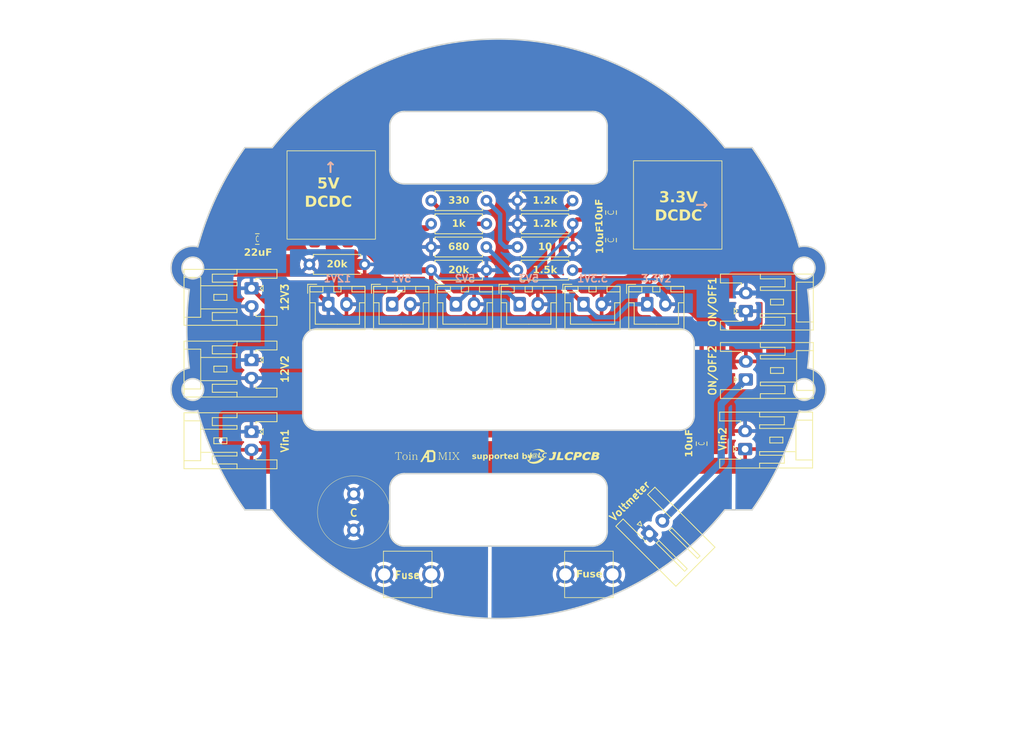
<source format=kicad_pcb>
(kicad_pcb (version 20221018) (generator pcbnew)
  (layers (0 "F.Cu" signal) (31 "B.Cu" signal) (34 "B.Paste" user) (35 "F.Paste" user) (36 "B.SilkS" user "B.Silkscreen") (37 "F.SilkS" user "F.Silkscreen") (38 "B.Mask" user) (39 "F.Mask" user) (44 "Edge.Cuts" user))
  (net 0 "")
  (net 1 "VCC")
  (net 2 "GND")
  (net 3 "+5V")
  (net 4 "Net-(12V1-Pin_1)")
  (net 5 "+3.3V")
  (net 6 "Net-(Vin1-Pin_1)")
  (net 7 "Net-(J1-Pin_1)")
  (net 8 "Net-(Vin1-Pin_2)")
  (net 9 "Net-(R2-Pad2)")
  (net 10 "Net-(R3-Pad2)")
  (net 11 "Net-(U1-Trim)")
  (net 12 "Net-(R10-Pad1)")
  (net 13 "Net-(J1-Pin_2)")
  (net 14 "Net-(U2-Trim)")
  (footprint "Resistor_THT:R_Axial_DIN0207_L6.3mm_D2.5mm_P7.62mm_Horizontal" (layer "F.Cu") (at 160.7 90.5 180)
    (fp_text reference "R9" hide)
    (fp_text value "1.5k" hide)
    (fp_text user "1.5k" (at 3.81 0) (layer "F.SilkS") (effects (font (thickness 0.2) bold)))
    (pad "1" thru_hole circle (at 0 0 180) (size 1.6 1.6) (drill 0.8) (layers "*.Cu" "*.Mask") (net 14 "Net-(U2-Trim)"))
    (pad "2" thru_hole oval (at 7.62 0 180) (size 1.6 1.6) (drill 0.8) (layers "*.Cu" "*.Mask") (net 12 "Net-(R10-Pad1)"))
  )
  (footprint "@admixFootPrints:fuseclip_Akema" (layer "F.Cu") (at 134.6 135.7)
    (fp_text reference "Fuse" (at 3.3 -3.1 unlocked) (layer "F.SilkS") (effects (font (thickness 0.2) bold)))
    (fp_text value "Fuse" hide)
    (pad "1" thru_hole circle (at 0.1 -3.2) (size 2.5 2.5) (drill 1.7) (layers "*.Cu" "*.Mask") (net 6 "Net-(Vin1-Pin_1)"))
    (pad "1" thru_hole circle (at 6.6 -3.2) (size 2.5 2.5) (drill 1.7) (layers "*.Cu" "*.Mask") (net 6 "Net-(Vin1-Pin_1)"))
    (pad "2" thru_hole circle (at 25.1 -3.2) (size 2.5 2.5) (drill 1.7) (layers "*.Cu" "*.Mask") (net 7 "Net-(J1-Pin_1)"))
    (pad "2" thru_hole circle (at 31.6 -3.2) (size 2.5 2.5) (drill 1.7) (layers "*.Cu" "*.Mask") (net 7 "Net-(J1-Pin_1)"))
  )
  (footprint "Capacitor_SMD:C_0805_2012Metric" (layer "F.Cu") (at 166 86.35 -90)
    (fp_text reference "C2" hide)
    (fp_text value "C" hide)
    (fp_text user "C" (at 0 0 90) (layer "F.SilkS") (effects (font (size 0.8 0.8) (thickness 0.08))))
    (pad "1" smd roundrect (at -0.95 0 270) (size 1 1.45) (layers "F.Cu" "F.Paste" "F.Mask") (net 3 "+5V"))
    (pad "2" smd roundrect (at 0.95 0 270) (size 1 1.45) (layers "F.Cu" "F.Paste" "F.Mask") (net 2 "GND"))
  )
  (footprint "Capacitor_SMD:C_0805_2012Metric" (layer "F.Cu") (at 117.2 86.2)
    (fp_text reference "C1" hide)
    (fp_text value "C" hide)
    (fp_text user "C" (at 0 0) (layer "F.SilkS") (effects (font (size 0.8 0.5) (thickness 0.08))))
    (pad "1" smd roundrect (at -0.95 0) (size 1 1.45) (layers "F.Cu" "F.Paste" "F.Mask") (net 1 "VCC"))
    (pad "2" smd roundrect (at 0.95 0) (size 1 1.45) (layers "F.Cu" "F.Paste" "F.Mask") (net 2 "GND"))
  )
  (footprint "Connector_JST:JST_XH_B2B-XH-A_1x02_P2.50mm_Vertical" (layer "F.Cu") (at 171 95.2)
    (fp_text reference "3.3V2" (at 1.25 -3.55) (layer "B.SilkS") (effects (font (thickness 0.2) bold)))
    (fp_text value "Conn_01x02_Pin" hide)
    (pad "1" thru_hole roundrect (at 0 0) (size 1.7 2) (drill 1) (layers "*.Cu" "*.Mask") (roundrect_rratio 0.147059) (net 5 "+3.3V"))
    (pad "2" thru_hole oval (at 2.5 0) (size 1.7 2) (drill 1) (layers "*.Cu" "*.Mask") (net 2 "GND"))
  )
  (footprint "@admixFootPrints:dcdc" (layer "F.Cu") (at 169.1 75.4 -90)
    (fp_text reference "U2" hide)
    (fp_text value "~" hide)
    (pad "1" smd roundrect (at 0 -6.1 90) (size 2.286 1.524) (layers "F.Cu" "F.Paste" "F.Mask") (net 2 "GND"))
    (pad "2" smd roundrect (at 0 -10.68 90) (size 2.286 1.524) (layers "F.Cu" "F.Paste" "F.Mask") (net 3 "+5V"))
    (pad "2" smd roundrect (at 3.81 -12.2) (size 2.286 1.524) (layers "F.Cu" "F.Paste" "F.Mask") (net 3 "+5V"))
    (pad "3" smd roundrect (at 6.1 -12.2) (size 2.286 1.524) (layers "F.Cu" "F.Paste" "F.Mask") (net 2 "GND"))
    (pad "3" smd roundrect (at 8.39 -12.2) (size 2.286 1.524) (layers "F.Cu" "F.Paste" "F.Mask") (net 2 "GND"))
    (pad "4" smd roundrect (at 12.2 -10.68 90) (size 2.286 1.524) (layers "F.Cu" "F.Paste" "F.Mask") (net 5 "+3.3V"))
    (pad "5" smd roundrect (at 12.2 -6.1 90) (size 2.286 1.524) (layers "F.Cu" "F.Paste" "F.Mask") (net 5 "+3.3V"))
    (pad "6" smd roundrect (at 12.2 -1.52 90) (size 2.286 1.524) (layers "F.Cu" "F.Paste" "F.Mask") (net 14 "Net-(U2-Trim)"))
    (pad "7" smd roundrect (at 6.1 0 180) (size 2.286 1.524) (layers "F.Cu" "F.Paste" "F.Mask") (net 2 "GND"))
    (pad "8" smd roundrect (at 3.81 0 180) (size 2.286 1.524) (layers "F.Cu" "F.Paste" "F.Mask"))
    (pad "9" smd roundrect (at 0 -1.52 90) (size 2.286 1.524) (layers "F.Cu" "F.Paste" "F.Mask"))
    (pad "10" smd roundrect (at 0 -3.81 90) (size 2.286 1.524) (layers "F.Cu" "F.Paste" "F.Mask"))
    (pad "11" smd roundrect (at 12.2 -3.81 90) (size 2.286 1.524) (layers "F.Cu" "F.Paste" "F.Mask"))
    (pad "12" smd roundrect (at 8.39 0 180) (size 2.286 1.524) (layers "F.Cu" "F.Paste" "F.Mask"))
  )
  (footprint "Connector_JST:JST_XH_B2B-XH-A_1x02_P2.50mm_Vertical" (layer "F.Cu") (at 144.6 95.2)
    (fp_text reference "5V2" (at 1.25 -3.55) (layer "B.SilkS") (effects (font (thickness 0.2) bold) (justify mirror)))
    (fp_text value "Conn_01x02_Pin" hide)
    (pad "1" thru_hole roundrect (at 0 0) (size 1.7 2) (drill 1) (layers "*.Cu" "*.Mask") (roundrect_rratio 0.147059) (net 3 "+5V"))
    (pad "2" thru_hole oval (at 2.5 0) (size 1.7 2) (drill 1) (layers "*.Cu" "*.Mask") (net 2 "GND"))
  )
  (footprint "Capacitor_SMD:C_0805_2012Metric" (layer "F.Cu") (at 166 82.55 90)
    (fp_text reference "C4" hide)
    (fp_text value "C" hide)
    (fp_text user "C" (at 0 0 90) (layer "F.SilkS") (effects (font (size 0.8 0.8) (thickness 0.08))))
    (pad "1" smd roundrect (at -0.95 0 90) (size 1 1.45) (layers "F.Cu" "F.Paste" "F.Mask") (net 3 "+5V"))
    (pad "2" smd roundrect (at 0.95 0 90) (size 1 1.45) (layers "F.Cu" "F.Paste" "F.Mask") (net 2 "GND"))
  )
  (footprint "Resistor_THT:R_Axial_DIN0207_L6.3mm_D2.5mm_P7.62mm_Horizontal" (layer "F.Cu") (at 141.19 80.9)
    (fp_text reference "R3" hide)
    (fp_text value "330" hide)
    (fp_text user "330" (at 3.81 0) (layer "F.SilkS") (effects (font (thickness 0.2) bold)))
    (pad "1" thru_hole circle (at 0 0) (size 1.6 1.6) (drill 0.8) (layers "*.Cu" "*.Mask") (net 9 "Net-(R2-Pad2)"))
    (pad "2" thru_hole oval (at 7.62 0) (size 1.6 1.6) (drill 0.8) (layers "*.Cu" "*.Mask") (net 10 "Net-(R3-Pad2)"))
  )
  (footprint "Capacitor_SMD:C_0805_2012Metric" (layer "F.Cu") (at 178.5 114.45 -90)
    (fp_text reference "C5" hide)
    (fp_text value "C" hide)
    (fp_text user "C" (at 0 0 90) (layer "F.SilkS") (effects (font (size 0.8 0.5) (thickness 0.08))))
    (pad "1" smd roundrect (at -0.95 0 270) (size 1 1.45) (layers "F.Cu" "F.Paste" "F.Mask") (net 5 "+3.3V"))
    (pad "2" smd roundrect (at 0.95 0 270) (size 1 1.45) (layers "F.Cu" "F.Paste" "F.Mask") (net 2 "GND"))
  )
  (footprint "Connector_JST:JST_XA_S02B-XASK-1N-BN_1x02_P2.50mm_Horizontal" (layer "F.Cu") (at 116.4 93 -90)
    (fp_text reference "12V3" (at 1.25 -4.6 -90) (layer "F.SilkS") (effects (font (thickness 0.2) bold)))
    (fp_text value "Conn_01x02_Pin" hide)
    (pad "1" thru_hole roundrect (at 0 0 270) (size 1.7 1.95) (drill 0.95) (layers "*.Cu" "*.Mask") (roundrect_rratio 0.147059) (net 4 "Net-(12V1-Pin_1)"))
    (pad "2" thru_hole oval (at 2.5 0 270) (size 1.7 1.95) (drill 0.95) (layers "*.Cu" "*.Mask") (net 2 "GND"))
  )
  (footprint "Connector_JST:JST_XA_S02B-XASK-1N-BN_1x02_P2.50mm_Horizontal" (layer "F.Cu") (at 184.5 115.2 90)
    (fp_text reference "Vin2" (at 1.4 -3.1 90) (layer "F.SilkS") (effects (font (thickness 0.2) bold)))
    (fp_text value "Conn_01x02_Pin" hide)
    (pad "1" thru_hole roundrect (at 0 0 90) (size 1.7 1.95) (drill 0.95) (layers "*.Cu" "*.Mask") (roundrect_rratio 0.147059) (net 8 "Net-(Vin1-Pin_2)"))
    (pad "2" thru_hole oval (at 2.5 0 90) (size 1.7 1.95) (drill 0.95) (layers "*.Cu" "*.Mask") (net 2 "GND"))
  )
  (footprint "@images:JLCPCB_icon_10mm" (layer "F.Cu") (at 159.4 116.2)
    (fp_text reference "G***" hide)
    (fp_text value "LOGO" hide)
  )
  (footprint "Connector_JST:JST_XA_S02B-XASK-1N-BN_1x02_P2.50mm_Horizontal" (layer "F.Cu") (at 184.6 105.6 90)
    (fp_text reference "ON/OFF2" (at 1.25 -4.6 90) (layer "F.SilkS") (effects (font (thickness 0.2) bold)))
    (fp_text value "Conn_01x02_Pin" hide)
    (pad "1" thru_hole roundrect (at 0 0 90) (size 1.7 1.95) (drill 0.95) (layers "*.Cu" "*.Mask") (roundrect_rratio 0.147059) (net 13 "Net-(J1-Pin_2)"))
    (pad "2" thru_hole oval (at 2.5 0 90) (size 1.7 1.95) (drill 0.95) (layers "*.Cu" "*.Mask") (net 1 "VCC"))
  )
  (footprint "Connector_JST:JST_XH_B2B-XH-A_1x02_P2.50mm_Vertical" (layer "F.Cu") (at 135.8 95.2)
    (fp_text reference "5V1" (at 1.25 -3.55) (layer "B.SilkS") (effects (font (thickness 0.2) bold) (justify mirror)))
    (fp_text value "Conn_01x02_Pin" hide)
    (pad "1" thru_hole roundrect (at 0 0) (size 1.7 2) (drill 1) (layers "*.Cu" "*.Mask") (roundrect_rratio 0.147059) (net 3 "+5V"))
    (pad "2" thru_hole oval (at 2.5 0) (size 1.7 2) (drill 1) (layers "*.Cu" "*.Mask") (net 2 "GND"))
  )
  (footprint "Resistor_THT:R_Axial_DIN0207_L6.3mm_D2.5mm_P7.62mm_Horizontal" (layer "F.Cu") (at 148.8 87.3 180)
    (fp_text reference "R10" hide)
    (fp_text value "680" hide)
    (fp_text user "680" (at 3.81 0) (layer "F.SilkS") (effects (font (thickness 0.2) bold)))
    (pad "1" thru_hole circle (at 0 0 180) (size 1.6 1.6) (drill 0.8) (layers "*.Cu" "*.Mask") (net 12 "Net-(R10-Pad1)"))
    (pad "2" thru_hole oval (at 7.62 0 180) (size 1.6 1.6) (drill 0.8) (layers "*.Cu" "*.Mask") (net 2 "GND"))
  )
  (footprint "Connector_JST:JST_XH_B2B-XH-A_1x02_P2.50mm_Vertical" (layer "F.Cu") (at 153.4 95.2)
    (fp_text reference "5V3" (at 1.25 -3.55) (layer "B.SilkS") (effects (font (thickness 0.2) bold) (justify mirror)))
    (fp_text value "Conn_01x02_Pin" hide)
    (pad "1" thru_hole roundrect (at 0 0) (size 1.7 2) (drill 1) (layers "*.Cu" "*.Mask") (roundrect_rratio 0.147059) (net 3 "+5V"))
    (pad "2" thru_hole oval (at 2.5 0) (size 1.7 2) (drill 1) (layers "*.Cu" "*.Mask") (net 2 "GND"))
  )
  (footprint "Resistor_THT:R_Axial_DIN0207_L6.3mm_D2.5mm_P7.62mm_Horizontal" (layer "F.Cu") (at 153.09 87.3)
    (fp_text reference "R4" hide)
    (fp_text value "10" hide)
    (fp_text user "10" (at 3.81 0) (layer "F.SilkS") (effects (font (thickness 0.2) bold)))
    (pad "1" thru_hole circle (at 0 0) (size 1.6 1.6) (drill 0.8) (layers "*.Cu" "*.Mask") (net 10 "Net-(R3-Pad2)"))
    (pad "2" thru_hole oval (at 7.62 0) (size 1.6 1.6) (drill 0.8) (layers "*.Cu" "*.Mask") (net 2 "GND"))
  )
  (footprint "Resistor_THT:R_Axial_DIN0207_L6.3mm_D2.5mm_P7.62mm_Horizontal" (layer "F.Cu") (at 160.7 80.9 180)
    (fp_text reference "R12" hide)
    (fp_text value "1.2k" hide)
    (fp_text user "1.2k" (at 3.81 0) (layer "F.SilkS") (effects (font (thickness 0.2) bold)))
    (pad "1" thru_hole circle (at 0 0 180) (size 1.6 1.6) (drill 0.8) (layers "*.Cu" "*.Mask") (net 5 "+3.3V"))
    (pad "2" thru_hole oval (at 7.62 0 180) (size 1.6 1.6) (drill 0.8) (layers "*.Cu" "*.Mask") (net 2 "GND"))
  )
  (footprint "@images:2ToinADMIX_LOGO_10mm" (layer "F.Cu") (at 140.7 116.1)
    (fp_text reference "G***" hide)
    (fp_text value "LOGO" hide)
  )
  (footprint "@admixFootPrints:C_Akema" (layer "F.Cu") (at 130.5 123.9)
    (fp_text reference "C3" hide)
    (fp_text value "C" (at 0 0.1 unlocked) (layer "F.SilkS") (effects (font (thickness 0.2) bold)))
    (pad "1" thru_hole circle (at 0 -2.5) (size 1.8 1.8) (drill 1) (layers "*.Cu" "*.Mask") (net 6 "Net-(Vin1-Pin_1)"))
    (pad "2" thru_hole circle (at 0 2.5) (size 1.8 1.8) (drill 1) (layers "*.Cu" "*.Mask") (net 6 "Net-(Vin1-Pin_1)"))
  )
  (footprint "Resistor_THT:R_Axial_DIN0207_L6.3mm_D2.5mm_P7.62mm_Horizontal" (layer "F.Cu") (at 124.39 89.7)
    (fp_text reference "R1" hide)
    (fp_text value "20k" hide)
    (fp_text user "20k" (at 3.81 0) (layer "F.SilkS") (effects (font (thickness 0.2) bold)))
    (pad "1" thru_hole circle (at 0 0) (size 1.6 1.6) (drill 0.8) (layers "*.Cu" "*.Mask") (net 1 "VCC"))
    (pad "2" thru_hole oval (at 7.62 0) (size 1.6 1.6) (drill 0.8) (layers "*.Cu" "*.Mask") (net 2 "GND"))
  )
  (footprint "Resistor_THT:R_Axial_DIN0207_L6.3mm_D2.5mm_P7.62mm_Horizontal" (layer "F.Cu") (at 141.18 84.1)
    (fp_text reference "R2" hide)
    (fp_text value "1k" hide)
    (fp_text user "1k" (at 3.81 0) (layer "F.SilkS") (effects (font (thickness 0.2) bold)))
    (pad "1" thru_hole circle (at 0 0) (size 1.6 1.6) (drill 0.8) (layers "*.Cu" "*.Mask") (net 11 "Net-(U1-Trim)"))
    (pad "2" thru_hole oval (at 7.62 0) (size 1.6 1.6) (drill 0.8) (layers "*.Cu" "*.Mask") (net 9 "Net-(R2-Pad2)"))
  )
  (footprint "Resistor_THT:R_Axial_DIN0207_L6.3mm_D2.5mm_P7.62mm_Horizontal" (layer "F.Cu") (at 141.18 90.5)
    (fp_text reference "R8" hide)
    (fp_text value "20k" hide)
    (fp_text user "20k" (at 3.81 0) (layer "F.SilkS") (effects (font (thickness 0.2) bold)))
    (pad "1" thru_hole circle (at 0 0) (size 1.6 1.6) (drill 0.8) (layers "*.Cu" "*.Mask") (net 3 "+5V"))
    (pad "2" thru_hole oval (at 7.62 0) (size 1.6 1.6) (drill 0.8) (layers "*.Cu" "*.Mask") (net 2 "GND"))
  )
  (footprint "Resistor_THT:R_Axial_DIN0207_L6.3mm_D2.5mm_P7.62mm_Horizontal" (layer "F.Cu") (at 160.71 84.1 180)
    (fp_text reference "R5" hide)
    (fp_text value "1.2k" hide)
    (fp_text user "1.2k" (at 3.81 0) (layer "F.SilkS") (effects (font (thickness 0.2) bold)))
    (pad "1" thru_hole circle (at 0 0 180) (size 1.6 1.6) (drill 0.8) (layers "*.Cu" "*.Mask") (net 3 "+5V"))
    (pad "2" thru_hole oval (at 7.62 0 180) (size 1.6 1.6) (drill 0.8) (layers "*.Cu" "*.Mask") (net 2 "GND"))
  )
  (footprint "Connector_JST:JST_XH_S2B-XH-A-1_1x02_P2.50mm_Horizontal" (layer "F.Cu") (at 171.307969 126.875736 45)
    (fp_text reference "Voltmeter" (at 1.25 -5.1 45) (layer "F.SilkS") (effects (font (thickness 0.2) bold)))
    (fp_text value "Conn_01x02_Pin")
    (pad "1" thru_hole roundrect (at 0 0 45) (size 1.7 2) (drill 1) (layers "*.Cu" "*.Mask") (roundrect_rratio 0.147059) (net 7 "Net-(J1-Pin_1)"))
    (pad "2" thru_hole oval (at 2.5 0 45) (size 1.7 2) (drill 1) (layers "*.Cu" "*.Mask") (net 13 "Net-(J1-Pin_2)"))
  )
  (footprint "@admixFootPrints:dcdc" (layer "F.Cu") (at 121.3 86.22)
    (fp_text reference "U1" hide)
    (fp_text value "~" hide)
    (pad "1" smd roundrect (at 0 -6.1 180) (size 2.286 1.524) (layers "F.Cu" "F.Paste" "F.Mask") (net 2 "GND"))
    (pad "2" smd roundrect (at 0 -10.68 180) (size 2.286 1.524) (layers "F.Cu" "F.Paste" "F.Mask") (net 1 "VCC"))
    (pad "2" smd roundrect (at 3.81 -12.2 90) (size 2.286 1.524) (layers "F.Cu" "F.Paste" "F.Mask") (net 1 "VCC"))
    (pad "3" smd roundrect (at 6.1 -12.2 90) (size 2.286 1.524) (layers "F.Cu" "F.Paste" "F.Mask") (net 2 "GND"))
    (pad "3" smd roundrect (at 8.39 -12.2 90) (size 2.286 1.524) (layers "F.Cu" "F.Paste" "F.Mask") (net 2 "GND"))
    (pad "4" smd roundrect (at 12.2 -10.68 180) (size 2.286 1.524) (layers "F.Cu" "F.Paste" "F.Mask") (net 3 "+5V"))
    (pad "5" smd roundrect (at 12.2 -6.1 180) (size 2.286 1.524) (layers "F.Cu" "F.Paste" "F.Mask") (net 3 "+5V"))
    (pad "6" smd roundrect (at 12.2 -1.52 180) (size 2.286 1.524) (layers "F.Cu" "F.Paste" "F.Mask") (net 11 "Net-(U1-Trim)"))
    (pad "7" smd roundrect (at 6.1 0 270) (size 2.286 1.524) (layers "F.Cu" "F.Paste" "F.Mask") (net 2 "GND"))
    (pad "8" smd roundrect (at 3.81 0 270) (size 2.286 1.524) (layers "F.Cu" "F.Paste" "F.Mask"))
    (pad "9" smd roundrect (at 0 -1.52 180) (size 2.286 1.524) (layers "F.Cu" "F.Paste" "F.Mask"))
    (pad "10" smd roundrect (at 0 -3.81 180) (size 2.286 1.524) (layers "F.Cu" "F.Paste" "F.Mask"))
    (pad "11" smd roundrect (at 12.2 -3.81 180) (size 2.286 1.524) (layers "F.Cu" "F.Paste" "F.Mask"))
    (pad "12" smd roundrect (at 8.39 0 270) (size 2.286 1.524) (layers "F.Cu" "F.Paste" "F.Mask"))
  )
  (footprint "Connector_JST:JST_XA_S02B-XASK-1N-BN_1x02_P2.50mm_Horizontal" (layer "F.Cu") (at 184.6 96.15 90)
    (fp_text reference "ON/OFF1" (at 1.25 -4.6 90) (layer "F.SilkS") (effects (font (thickness 0.2) bold)))
    (fp_text value "Conn_01x02_Pin" hide)
    (pad "1" thru_hole roundrect (at 0 0 90) (size 1.7 1.95) (drill 0.95) (layers "*.Cu" "*.Mask") (roundrect_rratio 0.147059) (net 1 "VCC"))
    (pad "2" thru_hole oval (at 2.5 0 90) (size 1.7 1.95) (drill 0.95) (layers "*.Cu" "*.Mask") (net 4 "Net-(12V1-Pin_1)"))
  )
  (footprint "Connector_JST:JST_XA_S02B-XASK-1N-BN_1x02_P2.50mm_Horizontal" (layer "F.Cu") (at 116.4 112.8 -90)
    (fp_text reference "Vin1" (at 1.25 -4.6 -90) (layer "F.SilkS") (effects (font (thickness 0.2) bold)))
    (fp_text value "Conn_01x02_Pin" hide)
    (pad "1" thru_hole roundrect (at 0 0 270) (size 1.7 1.95) (drill 0.95) (layers "*.Cu" "*.Mask") (roundrect_rratio 0.147059) (net 6 "Net-(Vin1-Pin_1)"))
    (pad "2" thru_hole oval (at 2.5 0 270) (size 1.7 1.95) (drill 0.95) (layers "*.Cu" "*.Mask") (net 8 "Net-(Vin1-Pin_2)"))
  )
  (footprint "Connector_JST:JST_XH_B2B-XH-A_1x02_P2.50mm_Vertical" (layer "F.Cu") (at 162.2 95.2)
    (fp_text reference "3.3V1" (at 1.25 -3.55) (layer "B.SilkS") (effects (font (thickness 0.2) bold) (justify mirror)))
    (fp_text value "Conn_01x02_Pin" hide)
    (pad "1" thru_hole roundrect (at 0 0) (size 1.7 2) (drill 1) (layers "*.Cu" "*.Mask") (roundrect_rratio 0.147059) (net 5 "+3.3V"))
    (pad "2" thru_hole oval (at 2.5 0) (size 1.7 2) (drill 1) (layers "*.Cu" "*.Mask") (net 2 "GND"))
  )
  (footprint "Connector_JST:JST_XH_B2B-XH-A_1x02_P2.50mm_Vertical" (layer "F.Cu") (at 127 95.2)
    (fp_text reference "12V1" (at 1.25 -3.55) (layer "B.SilkS") (effects (font (thickness 0.2) bold) (justify mirror)))
    (fp_text value "Conn_01x02_Pin" hide)
    (pad "1" thru_hole roundrect (at 0 0) (size 1.7 2) (drill 1) (layers "*.Cu" "*.Mask") (roundrect_rratio 0.147059) (net 4 "Net-(12V1-Pin_1)"))
    (pad "2" thru_hole oval (at 2.5 0) (size 1.7 2) (drill 1) (layers "*.Cu" "*.Mask") (net 2 "GND"))
  )
  (footprint "Connector_JST:JST_XA_S02B-XASK-1N-BN_1x02_P2.50mm_Horizontal" (layer "F.Cu") (at 116.4 102.9 -90)
    (fp_text reference "12V2" (at 1.25 -4.6 -90) (layer "F.SilkS") (effects (font (thickness 0.2) bold)))
    (fp_text value "Conn_01x02_Pin" hide)
    (pad "1" thru_hole roundrect (at 0 0 270) (size 1.7 1.95) (drill 0.95) (layers "*.Cu" "*.Mask") (roundrect_rratio 0.147059) (net 4 "Net-(12V1-Pin_1)"))
    (pad "2" thru_hole oval (at 2.5 0 270) (size 1.7 1.95) (drill 0.95) (layers "*.Cu" "*.Mask") (net 2 "GND"))
  )
  (gr_arc (start 135.473767 70.588884) (mid 136.059553 69.17467) (end 137.473767 68.588884) (stroke (width 0.2)) (layer "Edge.Cuts"))
  (gr_arc (start 185.459478 73.588884) (mid 189.317678 80.145712) (end 191.959979 87.279852) (stroke (width 0.2)) (layer "Edge.Cuts"))
  (gr_arc (start 137.473767 128.588884) (mid 136.059553 128.003098) (end 135.473767 126.588884) (stroke (width 0.2)) (layer "Edge.Cuts"))
  (gr_arc (start 163.473767 118.588884) (mid 164.887981 119.17467) (end 165.473767 120.588884) (stroke (width 0.2)) (layer "Edge.Cuts"))
  (gr_arc (start 119.248777 73.588884) (mid 150.473767 58.588884) (end 181.698757 73.588884) (stroke (width 0.2)) (layer "Edge.Cuts"))
  (gr_line (start 163.473767 68.588884) (end 137.473767 68.588884) (stroke (width 0.2)) (layer "Edge.Cuts"))
  (gr_circle (center 108.3 90.2) (end 109.8 90.2) (stroke (width 0.2)) (fill none) (layer "Edge.Cuts"))
  (gr_circle (center 192.647534 106.977768) (end 194.147534 106.977768) (stroke (width 0.2)) (fill none) (layer "Edge.Cuts"))
  (gr_line (start 135.473767 70.588884) (end 135.473767 76.588884) (stroke (width 0.2)) (layer "Edge.Cuts"))
  (gr_line (start 137.473767 118.588884) (end 163.473767 118.588884) (stroke (width 0.2)) (layer "Edge.Cuts"))
  (gr_arc (start 125.473767 112.588884) (mid 124.059553 112.003098) (end 123.473767 110.588884) (stroke (width 0.2)) (layer "Edge.Cuts"))
  (gr_arc (start 191.959979 109.897916) (mid 189.317678 117.032056) (end 185.459478 123.588884) (stroke (width 0.2)) (layer "Edge.Cuts"))
  (gr_line (start 185.459478 73.588884) (end 181.698757 73.588884) (stroke (width 0.2)) (layer "Edge.Cuts"))
  (gr_line (start 165.473767 76.588884) (end 165.473767 70.588884) (stroke (width 0.2)) (layer "Edge.Cuts"))
  (gr_arc (start 177.473767 110.588884) (mid 176.887981 112.003098) (end 175.473767 112.588884) (stroke (width 0.2)) (layer "Edge.Cuts"))
  (gr_line (start 165.473767 120.588884) (end 165.473767 126.588884) (stroke (width 0.2)) (layer "Edge.Cuts"))
  (gr_line (start 123.473767 110.588884) (end 123.473767 100.588884) (stroke (width 0.2)) (layer "Edge.Cuts"))
  (gr_arc (start 175.473767 98.588884) (mid 176.887981 99.17467) (end 177.473767 100.588884) (stroke (width 0.2)) (layer "Edge.Cuts"))
  (gr_line (start 163.473767 128.588884) (end 137.473767 128.588884) (stroke (width 0.2)) (layer "Edge.Cuts"))
  (gr_arc (start 191.959979 87.279852) (mid 195.589897 89.614733) (end 193.129808 93.160982) (stroke (width 0.2)) (layer "Edge.Cuts"))
  (gr_arc (start 165.473767 76.588884) (mid 164.887981 78.003098) (end 163.473767 78.588884) (stroke (width 0.2)) (layer "Edge.Cuts"))
  (gr_arc (start 181.698757 123.588884) (mid 150.473767 138.588884) (end 119.248777 123.588884) (stroke (width 0.2)) (layer "Edge.Cuts"))
  (gr_line (start 125.473767 98.588884) (end 175.473767 98.588884) (stroke (width 0.2)) (layer "Edge.Cuts"))
  (gr_line (start 137.473767 78.588884) (end 163.473767 78.588884) (stroke (width 0.2)) (layer "Edge.Cuts"))
  (gr_circle (center 192.647534 90.2) (end 194.147534 90.2) (stroke (width 0.2)) (fill none) (layer "Edge.Cuts"))
  (gr_arc (start 135.473767 120.588884) (mid 136.059553 119.17467) (end 137.473767 118.588884) (stroke (width 0.2)) (layer "Edge.Cuts"))
  (gr_arc (start 108.987555 109.897916) (mid 105.357645 107.563039) (end 107.817726 104.016786) (stroke (width 0.2)) (layer "Edge.Cuts"))
  (gr_arc (start 163.473767 68.588884) (mid 164.887981 69.17467) (end 165.473767 70.588884) (stroke (width 0.2)) (layer "Edge.Cuts"))
  (gr_arc (start 107.817726 93.160982) (mid 105.357644 89.614729) (end 108.987555 87.279852) (stroke (width 0.2)) (layer "Edge.Cuts"))
  (gr_circle (center 108.3 106.977768) (end 109.8 106.977768) (stroke (width 0.2)) (fill none) (layer "Edge.Cuts"))
  (gr_arc (start 193.129808 93.160982) (mid 193.473767 98.588884) (end 193.129808 104.016786) (stroke (width 0.2)) (layer "Edge.Cuts"))
  (gr_line (start 135.473767 126.588884) (end 135.473767 120.588884) (stroke (width 0.2)) (layer "Edge.Cuts"))
  (gr_line (start 119.248777 73.588884) (end 115.488056 73.588884) (stroke (width 0.2)) (layer "Edge.Cuts"))
  (gr_arc (start 137.473767 78.588884) (mid 136.059553 78.003098) (end 135.473767 76.588884) (stroke (width 0.2)) (layer "Edge.Cuts"))
  (gr_arc (start 108.987555 87.279852) (mid 111.629856 80.145712) (end 115.488056 73.588884) (stroke (width 0.2)) (layer "Edge.Cuts"))
  (gr_line (start 177.473767 100.588884) (end 177.473767 110.588884) (stroke (width 0.2)) (layer "Edge.Cuts"))
  (gr_arc (start 193.129808 104.016786) (mid 195.589889 107.563034) (end 191.959979 109.897916) (stroke (width 0.2)) (layer "Edge.Cuts"))
  (gr_arc (start 107.817726 104.016786) (mid 107.473767 98.588884) (end 107.817726 93.160982) (stroke (width 0.2)) (layer "Edge.Cuts"))
  (gr_line (start 181.698757 123.588884) (end 185.459478 123.588884) (stroke (width 0.2)) (layer "Edge.Cuts"))
  (gr_line (start 115.488056 123.588884) (end 119.248777 123.588884) (stroke (width 0.2)) (layer "Edge.Cuts"))
  (gr_arc (start 165.473767 126.588884) (mid 164.887981 128.003098) (end 163.473767 128.588884) (stroke (width 0.2)) (layer "Edge.Cuts"))
  (gr_line (start 175.473767 112.588884) (end 125.473767 112.588884) (stroke (width 0.2)) (layer "Edge.Cuts"))
  (gr_arc (start 115.488056 123.588884) (mid 111.629856 117.032056) (end 108.987555 109.897916) (stroke (width 0.2)) (layer "Edge.Cuts"))
  (gr_arc (start 123.473767 100.588884) (mid 124.059553 99.17467) (end 125.473767 98.588884) (stroke (width 0.2)) (layer "Edge.Cuts"))
  (gr_text "↑" (at 127.3 77.3) (layer "B.SilkS") (effects (font (size 1.5 1.5) (thickness 0.3) bold) (justify bottom mirror)))
  (gr_text "↑" (at 177.5 81.5 270) (layer "B.SilkS") (effects (font (size 1.5 1.5) (thickness 0.3) bold) (justify bottom mirror)))
  (gr_text "22uF" (at 117.3 88.1) (layer "F.SilkS") (effects (font (size 1 1) (thickness 0.2) bold)))
  (gr_text "supported by" (at 146.8 116.7) (layer "F.SilkS") (effects (font (size 0.8 0.8) (thickness 0.125) bold) (justify left bottom)))
  (gr_text "↑" (at 177.5 81.5 -90) (layer "F.SilkS") (effects (font (size 1.5 1.5) (thickness 0.3) bold) (justify bottom)))
  (gr_text "10uF" (at 164.4 82.6 90) (layer "F.SilkS") (effects (font (size 1 1) (thickness 0.2) bold)))
  (gr_text "Fuse" (at 163 132.5) (layer "F.SilkS") (effects (font (size 1 1) (thickness 0.2) bold)))
  (gr_text "5V\nDCDC" (at 127 82) (layer "F.SilkS") (effects (font (size 1.5 1.5) (thickness 0.3) bold) (justify bottom)))
  (gr_text "3.3V\nDCDC" (at 175.3 83.9) (layer "F.SilkS") (effects (font (size 1.5 1.5) (thickness 0.3) bold) (justify bottom)))
  (gr_text "10uF" (at 164.5 86.3 90) (layer "F.SilkS") (effects (font (size 1 1) (thickness 0.2) bold)))
  (gr_text "↑" (at 127.3 77.3) (layer "F.SilkS") (effects (font (size 1.5 1.5) (thickness 0.3) bold) (justify bottom)))
  (gr_text "10uF" (at 176.8 114.4 90) (layer "F.SilkS") (effects (font (size 1 1) (thickness 0.2) bold)))
  (segment (start 166.1 81.5) (end 166 81.6) (width 0.6) (layer "F.Cu") (net 2))
  (segment (start 169.1 81.5) (end 166.1 81.5) (width 1.5) (layer "F.Cu") (net 2))
  (segment (start 129.737 89.7) (end 132.01 89.7) (width 1.5) (layer "F.Cu") (net 2))
  (segment (start 127.4 87.363) (end 129.737 89.7) (width 1.5) (layer "F.Cu") (net 2))
  (segment (start 127.4 86.22) (end 127.4 87.363) (width 1.5) (layer "F.Cu") (net 2))
  (segment (start 184.3 112.7) (end 184.5 112.7) (width 0.6) (layer "F.Cu") (net 2))
  (segment (start 164.7 95.2) (end 167 92.9) (width 1) (layer "B.Cu") (net 2))
  (segment (start 167 92.9) (end 172 92.9) (width 1) (layer "B.Cu") (net 2))
  (segment (start 172 92.9) (end 173.5 94.4) (width 1) (layer "B.Cu") (net 2))
  (segment (start 173.5 94.4) (end 173.5 95.2) (width 1) (layer "B.Cu") (net 2))
  (segment (start 141.18 91.78) (end 142.9 93.5) (width 0.6) (layer "F.Cu") (net 3))
  (segment (start 161.31 83.5) (end 163.9 83.5) (width 0.6) (layer "F.Cu") (net 3))
  (segment (start 180.9 75.4) (end 181.3 75.8) (width 0.6) (layer "F.Cu") (net 3))
  (segment (start 160.71 84.1) (end 161.31 83.5) (width 0.6) (layer "F.Cu") (net 3))
  (segment (start 181.3 75.8) (end 181.3 79.21) (width 0.6) (layer "F.Cu") (net 3))
  (segment (start 163.9 80.4) (end 163.9 83.5) (width 0.6) (layer "F.Cu") (net 3))
  (segment (start 133.5 80.12) (end 132.08 80.12) (width 0.8) (layer "F.Cu") (net 3))
  (segment (start 134.9 90.5) (end 141.18 90.5) (width 0.8) (layer "F.Cu") (net 3))
  (segment (start 166 83.5) (end 166 85.4) (width 0.6) (layer "F.Cu") (net 3))
  (segment (start 142.9 93.5) (end 144.6 95.2) (width 0.6) (layer "F.Cu") (net 3))
  (segment (start 176.18 71.8) (end 179.78 75.4) (width 0.6) (layer "F.Cu") (net 3))
  (segment (start 163.9 80.4) (end 167 77.3) (width 0.6) (layer "F.Cu") (net 3))
  (segment (start 179.78 75.4) (end 180.9 75.4) (width 0.6) (layer "F.Cu") (net 3))
  (segment (start 163.9 83.5) (end 166 83.5) (width 0.6) (layer "F.Cu") (net 3))
  (segment (start 137.5 93.5) (end 142.9 93.5) (width 0.6) (layer "F.Cu") (net 3))
  (segment (start 167 74.5) (end 169.7 71.8) (width 0.6) (layer "F.Cu") (net 3))
  (segment (start 133.5 75.54) (end 133.5 80.12) (width 1.5) (layer "F.Cu") (net 3))
  (segment (start 167 77.3) (end 167 74.5) (width 0.6) (layer "F.Cu") (net 3))
  (segment (start 141.18 90.5) (end 141.18 91.78) (width 0.6) (layer "F.Cu") (net 3))
  (segment (start 169.7 71.8) (end 176.18 71.8) (width 0.6) (layer "F.Cu") (net 3))
  (segment (start 131.4 87) (end 134.9 90.5) (width 0.8) (layer "F.Cu") (net 3))
  (segment (start 131.4 80.8) (end 131.4 87) (width 0.8) (layer "F.Cu") (net 3))
  (segment (start 135.8 95.2) (end 137.5 93.5) (width 0.6) (layer "F.Cu") (net 3))
  (segment (start 132.08 80.12) (end 131.4 80.8) (width 0.8) (layer "F.Cu") (net 3))
  (segment (start 160.71 84.1) (end 160.71 85.23137) (width 0.4) (layer "B.Cu") (net 3))
  (segment (start 144.6 95.2) (end 146.2 93.6) (width 0.6) (layer "B.Cu") (net 3))
  (segment (start 160.71 85.23137) (end 154.24137 91.7) (width 0.4) (layer "B.Cu") (net 3))
  (segment (start 154.24137 91.7) (end 142.38 91.7) (width 0.4) (layer "B.Cu") (net 3))
  (segment (start 142.38 91.7) (end 141.18 90.5) (width 0.4) (layer "B.Cu") (net 3))
  (segment (start 146.2 93.6) (end 151.8 93.6) (width 0.6) (layer "B.Cu") (net 3))
  (segment (start 151.8 93.6) (end 153.4 95.2) (width 0.6) (layer "B.Cu") (net 3))
  (segment (start 116.4 93) (end 119.1 95.7) (width 0.6) (layer "F.Cu") (net 4))
  (segment (start 119.1 95.7) (end 119.1 101.9) (width 0.6) (layer "F.Cu") (net 4))
  (segment (start 116.4 93) (end 124.8 93) (width 0.6) (layer "F.Cu") (net 4))
  (segment (start 119.1 101.9) (end 118.1 102.9) (width 0.6) (layer "F.Cu") (net 4))
  (segment (start 118.1 102.9) (end 116.4 102.9) (width 0.6) (layer "F.Cu") (net 4))
  (segment (start 124.8 93) (end 127 95.2) (width 0.6) (layer "F.Cu") (net 4))
  (segment (start 186.1 99.5) (end 187.6 98) (width 0.7) (layer "B.Cu") (net 4))
  (segment (start 127 95.2) (end 129.7 97.9) (width 0.7) (layer "B.Cu") (net 4))
  (segment (start 180.6 97.9) (end 182.2 99.5) (width 0.7) (layer "B.Cu") (net 4))
  (segment (start 187.6 98) (end 187.6 94.8) (width 0.7) (layer "B.Cu") (net 4))
  (segment (start 182.2 99.5) (end 186.1 99.5) (width 0.7) (layer "B.Cu") (net 4))
  (segment (start 129.7 97.9) (end 180.6 97.9) (width 0.7) (layer "B.Cu") (net 4))
  (segment (start 186.45 93.65) (end 184.6 93.65) (width 0.7) (layer "B.Cu") (net 4))
  (segment (start 187.6 94.8) (end 186.45 93.65) (width 0.7) (layer "B.Cu") (net 4))
  (segment (start 171 95.2) (end 171 92.5) (width 0.6) (layer "F.Cu") (net 5))
  (segment (start 158 83.6) (end 160.7 80.9) (width 0.6) (layer "F.Cu") (net 5))
  (segment (start 176.4 97.2) (end 173 97.2) (width 0.6) (layer "F.Cu") (net 5))
  (segment (start 158 91) (end 158 83.6) (width 0.6) (layer "F.Cu") (net 5))
  (segment (start 178.5 99.3) (end 176.4 97.2) (width 0.6) (layer "F.Cu") (net 5))
  (segment (start 162.2 95.2) (end 158 91) (width 0.6) (layer "F.Cu") (net 5))
  (segment (start 171 92.5) (end 175.2 88.3) (width 0.6) (layer "F.Cu") (net 5))
  (segment (start 175.2 88.3) (end 175.2 87.6) (width 0.6) (layer "F.Cu") (net 5))
  (segment (start 178.5 99.3) (end 178.5 113.5) (width 0.6) (layer "F.Cu") (net 5))
  (segment (start 175.2 87.6) (end 179.78 87.6) (width 0.6) (layer "F.Cu") (net 5))
  (segment (start 173 97.2) (end 171 95.2) (width 0.6) (layer "F.Cu") (net 5))
  (segment (start 162.2 95.2) (end 164 97) (width 0.6) (layer "B.Cu") (net 5))
  (segment (start 168.4 95.2) (end 171 95.2) (width 0.6) (layer "B.Cu") (net 5))
  (segment (start 164 97) (end 166.6 97) (width 0.6) (layer "B.Cu") (net 5))
  (segment (start 166.6 97) (end 168.4 95.2) (width 0.6) (layer "B.Cu") (net 5))
  (segment (start 141.19 80.9) (end 144.39 84.1) (width 0.6) (layer "F.Cu") (net 9))
  (segment (start 144.39 84.1) (end 148.8 84.1) (width 0.6) (layer "F.Cu") (net 9))
  (segment (start 150.7 86.6) (end 151.4 87.3) (width 0.6) (layer "B.Cu") (net 10))
  (segment (start 148.81 80.9) (end 150.7 82.79) (width 0.6) (layer "B.Cu") (net 10))
  (segment (start 151.4 87.3) (end 153.09 87.3) (width 0.6) (layer "B.Cu") (net 10))
  (segment (start 150.7 82.79) (end 150.7 86.6) (width 0.6) (layer "B.Cu") (net 10))
  (segment (start 133.5 84.7) (end 140.58 84.7) (width 0.8) (layer "F.Cu") (net 11))
  (segment (start 140.58 84.7) (end 141.18 84.1) (width 0.25) (layer "F.Cu") (net 11))
  (segment (start 152 90.5) (end 153.08 90.5) (width 0.6) (layer "B.Cu") (net 12))
  (segment (start 148.8 87.3) (end 152 90.5) (width 0.6) (layer "B.Cu") (net 12))
  (segment (start 181.2 109) (end 184.6 105.6) (width 1) (layer "B.Cu") (net 13))
  (segment (start 173.075736 125.107969) (end 181.2 116.983705) (width 1) (layer "B.Cu") (net 13))
  (segment (start 181.2 116.983705) (end 181.2 109) (width 1) (layer "B.Cu") (net 13))
  (segment (start 167.72 90.5) (end 170.62 87.6) (width 0.6) (layer "F.Cu") (net 14))
  (segment (start 160.7 90.5) (end 167.72 90.5) (width 0.6) (layer "F.Cu") (net 14))
  (zone (net 1) (net_name "VCC") (layer "F.Cu") (priority 4) (connect_pads (clearance 0.5)) (min_thickness 0.25) (fill yes (thermal_gap 0.5) (thermal_bridge_width 0.5))
    (polygon (pts (xy 126.4 88.3) (xy 117.2 88.3) (xy 117.2 84) (xy 118.8 84) (xy 118.8 77.6) (xy 126.2 77.6) (xy 126.2 71.7) (xy 112.1 71.7) (xy 112.1 91.4) (xy 126.4 91.4)))
  )
  (zone (net 1) (net_name "VCC") (layer "F.Cu") (priority 2) (connect_pads (clearance 0.5)) (min_thickness 0.25) (fill yes (thermal_gap 0.5) (thermal_bridge_width 0.5))
    (polygon (pts (xy 182.3 94.9) (xy 186.9 94.9) (xy 186.9 104.2) (xy 182.3 104.2)))
  )
  (zone (net 8) (net_name "Net-(Vin1-Pin_2)") (layer "F.Cu") (priority 5) (connect_pads (clearance 0.5)) (min_thickness 0.25) (fill yes (thermal_gap 0.5) (thermal_bridge_width 0.5))
    (polygon (pts (xy 182.6 113.9) (xy 188.4 113.9) (xy 188.4 118.6) (xy 112.3 118.6) (xy 112.3 114.1) (xy 176.1 114.1) (xy 176.1 116.4) (xy 182.6 116.4)))
  )
  (zone (net 2) (net_name "GND") (layers "F&B.Cu") (connect_pads (clearance 0.5)) (min_thickness 0.25) (fill yes (thermal_gap 0.5) (thermal_bridge_width 0.5))
    (polygon (pts (xy 86.3 53.2) (xy 223 53.7) (xy 218.8 157) (xy 81.7 149.2)))
  )
  (zone (net 4) (net_name "Net-(12V1-Pin_1)") (layer "B.Cu") (priority 1) (connect_pads (clearance 0.5)) (min_thickness 0.25) (fill yes (thermal_gap 0.5) (thermal_bridge_width 0.5))
    (polygon (pts (xy 182.3 94.9) (xy 182.3 91.2) (xy 190.9 91.2) (xy 190.9 101.4) (xy 125 101.3) (xy 124.9 104.1) (xy 114.2 104.1) (xy 114.2 101) (xy 118.2 101) (xy 118.2 94.4) (xy 114.4 94.4) (xy 114.4 91.4) (xy 128.3 91.4) (xy 128.3 96.8) (xy 177.8 96.9) (xy 177.8 98.2) (xy 186.9 98.2) (xy 186.9 94.9)))
  )
  (zone (net 6) (net_name "Net-(Vin1-Pin_1)") (layer "B.Cu") (priority 6) (connect_pads (clearance 0.5)) (min_thickness 0.25) (fill yes (thermal_gap 0.5) (thermal_bridge_width 0.5))
    (polygon (pts (xy 118.9 114.1) (xy 112.4 114.1) (xy 112.4 110.4) (xy 149.1 110.4) (xy 149.1 118.6) (xy 149.1 140.2) (xy 119.1 140.2)))
  )
  (zone (net 7) (net_name "Net-(J1-Pin_1)") (layer "B.Cu") (priority 7) (connect_pads (clearance 0.5)) (min_thickness 0.25) (fill yes (thermal_gap 0.5) (thermal_bridge_width 0.5))
    (polygon (pts (xy 182.7 103.4) (xy 182.7 104.4) (xy 182.7 110.1) (xy 182.6 140.5) (xy 149.5 140.5) (xy 149.6 110.1) (xy 149.6 101.5) (xy 182.7 101.5)))
  )
  (zone (net 1) (net_name "VCC") (layer "B.Cu") (priority 3) (connect_pads (clearance 0.5)) (min_thickness 0.25) (fill yes (thermal_gap 0.5) (thermal_bridge_width 0.5))
    (polygon (pts (xy 130.6 91.6) (xy 130.6 87.6) (xy 121.7 87.6) (xy 121.7 91.4) (xy 128.3 91.4) (xy 128.3 93.2) (xy 177.8 93.2) (xy 177.8 98.2) (xy 186.9 98.2) (xy 186.9 94.9) (xy 182.3 94.9) (xy 182.3 91.6)))
  )
)
</source>
